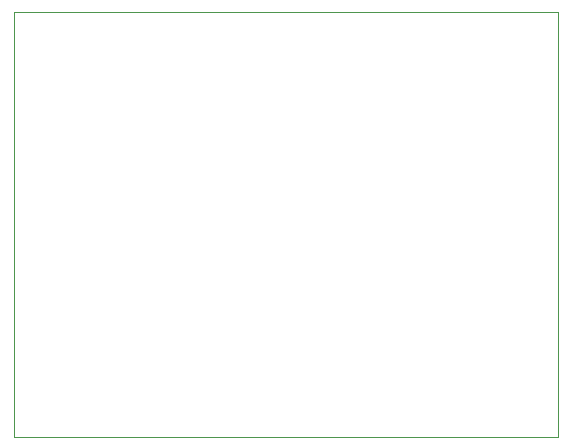
<source format=gm1>
%TF.GenerationSoftware,KiCad,Pcbnew,(6.0.2-0)*%
%TF.CreationDate,2022-04-12T18:59:20-07:00*%
%TF.ProjectId,bootstrap_exp,626f6f74-7374-4726-9170-5f6578702e6b,rev?*%
%TF.SameCoordinates,Original*%
%TF.FileFunction,Profile,NP*%
%FSLAX46Y46*%
G04 Gerber Fmt 4.6, Leading zero omitted, Abs format (unit mm)*
G04 Created by KiCad (PCBNEW (6.0.2-0)) date 2022-04-12 18:59:20*
%MOMM*%
%LPD*%
G01*
G04 APERTURE LIST*
%TA.AperFunction,Profile*%
%ADD10C,0.100000*%
%TD*%
G04 APERTURE END LIST*
D10*
X111620000Y-78520000D02*
X157620000Y-78520000D01*
X157620000Y-78520000D02*
X157620000Y-114520000D01*
X157620000Y-114520000D02*
X111620000Y-114520000D01*
X111620000Y-114520000D02*
X111620000Y-78520000D01*
M02*

</source>
